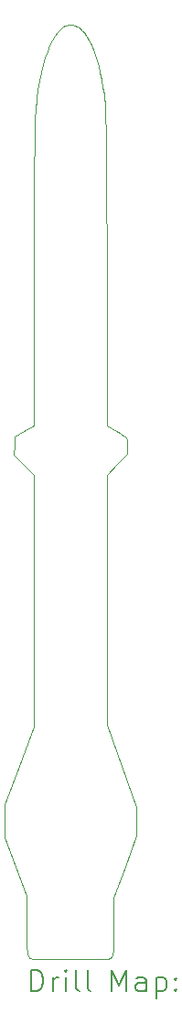
<source format=gbr>
%TF.GenerationSoftware,KiCad,Pcbnew,(6.99.0-2452-gdb4f2d9dd8)*%
%TF.CreationDate,2022-08-02T18:08:55-05:00*%
%TF.ProjectId,Blue Origin,426c7565-204f-4726-9967-696e2e6b6963,rev?*%
%TF.SameCoordinates,Original*%
%TF.FileFunction,Drillmap*%
%TF.FilePolarity,Positive*%
%FSLAX45Y45*%
G04 Gerber Fmt 4.5, Leading zero omitted, Abs format (unit mm)*
G04 Created by KiCad (PCBNEW (6.99.0-2452-gdb4f2d9dd8)) date 2022-08-02 18:08:55*
%MOMM*%
%LPD*%
G01*
G04 APERTURE LIST*
%ADD10C,0.105833*%
%ADD11C,0.200000*%
G04 APERTURE END LIST*
D10*
X8129634Y-11535981D02*
X8129634Y-11536027D01*
X8129634Y-11535981D02*
X8129634Y-11535981D01*
X8132431Y-11540100D02*
X8129634Y-11535981D01*
X8135173Y-11543768D02*
X8132431Y-11540100D01*
X8137943Y-11547010D02*
X8135173Y-11543768D01*
X8140823Y-11549852D02*
X8137943Y-11547010D01*
X8143898Y-11552319D02*
X8140823Y-11549852D01*
X8147250Y-11554438D02*
X8143898Y-11552319D01*
X8150963Y-11556233D02*
X8147250Y-11554438D01*
X8155118Y-11557730D02*
X8150963Y-11556233D01*
X8159801Y-11558956D02*
X8155118Y-11557730D01*
X8165093Y-11559935D02*
X8159801Y-11558956D01*
X8171077Y-11560693D02*
X8165093Y-11559935D01*
X8177838Y-11561255D02*
X8171077Y-11560693D01*
X8185457Y-11561648D02*
X8177838Y-11561255D01*
X8194019Y-11561898D02*
X8185457Y-11561648D01*
X8214301Y-11562066D02*
X8194019Y-11561898D01*
X8214301Y-11562066D02*
X8214301Y-11562066D01*
X8316647Y-11561833D02*
X8214301Y-11562066D01*
X8435819Y-11561007D02*
X8316647Y-11561833D01*
X8435819Y-11561007D02*
X8435819Y-11561007D01*
X8747542Y-11561087D02*
X8435819Y-11561007D01*
X8747542Y-11561087D02*
X8747542Y-11561087D01*
X8788510Y-11561088D02*
X8747542Y-11561087D01*
X8805526Y-11561051D02*
X8788510Y-11561088D01*
X8820447Y-11560954D02*
X8805526Y-11561051D01*
X8833438Y-11560771D02*
X8820447Y-11560954D01*
X8844662Y-11560477D02*
X8833438Y-11560771D01*
X8849662Y-11560280D02*
X8844662Y-11560477D01*
X8854282Y-11560045D02*
X8849662Y-11560280D01*
X8858542Y-11559770D02*
X8854282Y-11560045D01*
X8862463Y-11559451D02*
X8858542Y-11559770D01*
X8866065Y-11559084D02*
X8862463Y-11559451D01*
X8869368Y-11558667D02*
X8866065Y-11559084D01*
X8872392Y-11558197D02*
X8869368Y-11558667D01*
X8875160Y-11557669D02*
X8872392Y-11558197D01*
X8877689Y-11557081D02*
X8875160Y-11557669D01*
X8880003Y-11556430D02*
X8877689Y-11557081D01*
X8882119Y-11555713D02*
X8880003Y-11556430D01*
X8884060Y-11554925D02*
X8882119Y-11555713D01*
X8885846Y-11554065D02*
X8884060Y-11554925D01*
X8887496Y-11553128D02*
X8885846Y-11554065D01*
X8889032Y-11552112D02*
X8887496Y-11553128D01*
X8890474Y-11551013D02*
X8889032Y-11552112D01*
X8891842Y-11549828D02*
X8890474Y-11551013D01*
X8893157Y-11548554D02*
X8891842Y-11549828D01*
X8894439Y-11547187D02*
X8893157Y-11548554D01*
X8895709Y-11545725D02*
X8894439Y-11547187D01*
X8895709Y-11545725D02*
X8895709Y-11545725D01*
X8900662Y-11540049D02*
X8895709Y-11545725D01*
X8901299Y-11539057D02*
X8900662Y-11540049D01*
X8902262Y-11537393D02*
X8901299Y-11539057D01*
X8906292Y-11530362D02*
X8902262Y-11537393D01*
X8906292Y-11530362D02*
X8906292Y-11530362D01*
X8907373Y-11527576D02*
X8906292Y-11530362D01*
X8908423Y-11522982D02*
X8907373Y-11527576D01*
X8910408Y-11508319D02*
X8908423Y-11522982D01*
X8912206Y-11486268D02*
X8910408Y-11508319D01*
X8913773Y-11456723D02*
X8912206Y-11486268D01*
X8915066Y-11419578D02*
X8913773Y-11456723D01*
X8916043Y-11374728D02*
X8915066Y-11419578D01*
X8916875Y-11261488D02*
X8916043Y-11374728D01*
X8916875Y-11261488D02*
X8916875Y-11261488D01*
X8916875Y-10992613D02*
X8916875Y-11261488D01*
X8916875Y-10992613D02*
X8916875Y-10992613D01*
X9022708Y-10705387D02*
X8916875Y-10992613D01*
X9022708Y-10705387D02*
X9022708Y-10705387D01*
X9128542Y-10418161D02*
X9022708Y-10705387D01*
X9128542Y-10418161D02*
X9128542Y-10418161D01*
X9128542Y-10285847D02*
X9128542Y-10418161D01*
X9128542Y-10285847D02*
X9128542Y-10285847D01*
X9128542Y-10153535D02*
X9128542Y-10285847D01*
X9128542Y-10153535D02*
X9128542Y-10153535D01*
X8853375Y-9397530D02*
X9128542Y-10153535D01*
X8853375Y-9397530D02*
X8853375Y-9397530D01*
X8853375Y-8241453D02*
X8853375Y-9397530D01*
X8853375Y-8241453D02*
X8853375Y-8241453D01*
X8853375Y-7085377D02*
X8853375Y-8241453D01*
X8853375Y-7085377D02*
X8853375Y-7085377D01*
X8948625Y-6985393D02*
X8853375Y-7085377D01*
X8948625Y-6985393D02*
X8948625Y-6985393D01*
X9043875Y-6885408D02*
X8948625Y-6985393D01*
X9043875Y-6885408D02*
X9043875Y-6885408D01*
X9043715Y-6818698D02*
X9043875Y-6885408D01*
X9043715Y-6818698D02*
X9043715Y-6818698D01*
X9043524Y-6805050D02*
X9043715Y-6818698D01*
X9043039Y-6791839D02*
X9043524Y-6805050D01*
X9042292Y-6779388D02*
X9043039Y-6791839D01*
X9041317Y-6768021D02*
X9042292Y-6779388D01*
X9040753Y-6762845D02*
X9041317Y-6768021D01*
X9040145Y-6758061D02*
X9040753Y-6762845D01*
X9039496Y-6753709D02*
X9040145Y-6758061D01*
X9038809Y-6749831D02*
X9039496Y-6753709D01*
X9038091Y-6746466D02*
X9038809Y-6749831D01*
X9037343Y-6743655D02*
X9038091Y-6746466D01*
X9036571Y-6741439D02*
X9037343Y-6743655D01*
X9035778Y-6739857D02*
X9036571Y-6741439D01*
X9035778Y-6739857D02*
X9035778Y-6739857D01*
X9034546Y-6738348D02*
X9035778Y-6739857D01*
X9032488Y-6736348D02*
X9034546Y-6738348D01*
X9026078Y-6731003D02*
X9032488Y-6736348D01*
X9016927Y-6724087D02*
X9026078Y-6731003D01*
X9005415Y-6715866D02*
X9016927Y-6724087D01*
X8991921Y-6706603D02*
X9005415Y-6715866D01*
X8976824Y-6696565D02*
X8991921Y-6706603D01*
X8960502Y-6686016D02*
X8976824Y-6696565D01*
X8943336Y-6675221D02*
X8960502Y-6686016D01*
X8943336Y-6675221D02*
X8943336Y-6675221D01*
X8858669Y-6622717D02*
X8943336Y-6675221D01*
X8858669Y-6622717D02*
X8858669Y-6622717D01*
X8852804Y-5152769D02*
X8858669Y-6622717D01*
X8852804Y-5152769D02*
X8852804Y-5152769D01*
X8849119Y-4363259D02*
X8852804Y-5152769D01*
X8847178Y-4098602D02*
X8849119Y-4363259D01*
X8844912Y-3903506D02*
X8847178Y-4098602D01*
X8842124Y-3765088D02*
X8844912Y-3903506D01*
X8840475Y-3713109D02*
X8842124Y-3765088D01*
X8838621Y-3670470D02*
X8840475Y-3713109D01*
X8836540Y-3635561D02*
X8838621Y-3670470D01*
X8834207Y-3606772D02*
X8836540Y-3635561D01*
X8831597Y-3582492D02*
X8834207Y-3606772D01*
X8828686Y-3561113D02*
X8831597Y-3582492D01*
X8828686Y-3561113D02*
X8828686Y-3561113D01*
X8817277Y-3490433D02*
X8828686Y-3561113D01*
X8804828Y-3423487D02*
X8817277Y-3490433D01*
X8791370Y-3360349D02*
X8804828Y-3423487D01*
X8776938Y-3301094D02*
X8791370Y-3360349D01*
X8761565Y-3245795D02*
X8776938Y-3301094D01*
X8753536Y-3219653D02*
X8761565Y-3245795D01*
X8745285Y-3194528D02*
X8753536Y-3219653D01*
X8736815Y-3170429D02*
X8745285Y-3194528D01*
X8728130Y-3147366D02*
X8736815Y-3170429D01*
X8719235Y-3125347D02*
X8728130Y-3147366D01*
X8710135Y-3104383D02*
X8719235Y-3125347D01*
X8700832Y-3084482D02*
X8710135Y-3104383D01*
X8691332Y-3065654D02*
X8700832Y-3084482D01*
X8681639Y-3047908D02*
X8691332Y-3065654D01*
X8671756Y-3031253D02*
X8681639Y-3047908D01*
X8661688Y-3015698D02*
X8671756Y-3031253D01*
X8651439Y-3001254D02*
X8661688Y-3015698D01*
X8641013Y-2987928D02*
X8651439Y-3001254D01*
X8630415Y-2975731D02*
X8641013Y-2987928D01*
X8619649Y-2964672D02*
X8630415Y-2975731D01*
X8608718Y-2954759D02*
X8619649Y-2964672D01*
X8597627Y-2946003D02*
X8608718Y-2954759D01*
X8586380Y-2938412D02*
X8597627Y-2946003D01*
X8574982Y-2931996D02*
X8586380Y-2938412D01*
X8563436Y-2926763D02*
X8574982Y-2931996D01*
X8551747Y-2922725D02*
X8563436Y-2926763D01*
X8539919Y-2919888D02*
X8551747Y-2922725D01*
X8539919Y-2919888D02*
X8539919Y-2919888D01*
X8524694Y-2917966D02*
X8539919Y-2919888D01*
X8509664Y-2917934D02*
X8524694Y-2917966D01*
X8494839Y-2919773D02*
X8509664Y-2917934D01*
X8480226Y-2923464D02*
X8494839Y-2919773D01*
X8465834Y-2928988D02*
X8480226Y-2923464D01*
X8451673Y-2936326D02*
X8465834Y-2928988D01*
X8424072Y-2956367D02*
X8451673Y-2936326D01*
X8397493Y-2983433D02*
X8424072Y-2956367D01*
X8372003Y-3017372D02*
X8397493Y-2983433D01*
X8347671Y-3058030D02*
X8372003Y-3017372D01*
X8324564Y-3105253D02*
X8347671Y-3058030D01*
X8302752Y-3158890D02*
X8324564Y-3105253D01*
X8282302Y-3218786D02*
X8302752Y-3158890D01*
X8263282Y-3284789D02*
X8282302Y-3218786D01*
X8245761Y-3356745D02*
X8263282Y-3284789D01*
X8229806Y-3434502D02*
X8245761Y-3356745D01*
X8215487Y-3517905D02*
X8229806Y-3434502D01*
X8202871Y-3606803D02*
X8215487Y-3517905D01*
X8192027Y-3701041D02*
X8202871Y-3606803D01*
X8192027Y-3701041D02*
X8192027Y-3701041D01*
X8187494Y-3785221D02*
X8192027Y-3701041D01*
X8183853Y-3930174D02*
X8187494Y-3785221D01*
X8178883Y-4342741D02*
X8183853Y-3930174D01*
X8175657Y-5240916D02*
X8178883Y-4342741D01*
X8175657Y-5240916D02*
X8175657Y-5240916D01*
X8175269Y-6624988D02*
X8175657Y-5240916D01*
X8175269Y-6624988D02*
X8175269Y-6624988D01*
X8088343Y-6678273D02*
X8175269Y-6624988D01*
X8088343Y-6678273D02*
X8088343Y-6678273D01*
X8001417Y-6731559D02*
X8088343Y-6678273D01*
X8001417Y-6731559D02*
X8001417Y-6731559D01*
X7998436Y-6815856D02*
X8001417Y-6731559D01*
X7998436Y-6815856D02*
X7998436Y-6815856D01*
X7995454Y-6900155D02*
X7998436Y-6815856D01*
X7995454Y-6900155D02*
X7995454Y-6900155D01*
X8085748Y-6989879D02*
X7995454Y-6900155D01*
X8085748Y-6989879D02*
X8085748Y-6989879D01*
X8176042Y-7079603D02*
X8085748Y-6989879D01*
X8176042Y-7079603D02*
X8176042Y-7079603D01*
X8176042Y-8245535D02*
X8176042Y-7079603D01*
X8176042Y-8245535D02*
X8176042Y-8245535D01*
X8176042Y-9411468D02*
X8176042Y-8245535D01*
X8176042Y-9411468D02*
X8176042Y-9411468D01*
X8043750Y-9773109D02*
X8176042Y-9411468D01*
X8043750Y-9773109D02*
X8043750Y-9773109D01*
X7911458Y-10134749D02*
X8043750Y-9773109D01*
X7911458Y-10134749D02*
X7911458Y-10134749D01*
X7911458Y-10285199D02*
X7911458Y-10134749D01*
X7911458Y-10285199D02*
X7911458Y-10285199D01*
X7911458Y-10435649D02*
X7911458Y-10285199D01*
X7911458Y-10435649D02*
X7911458Y-10435649D01*
X8012000Y-10708219D02*
X7911458Y-10435649D01*
X8012000Y-10708219D02*
X8012000Y-10708219D01*
X8112542Y-10980788D02*
X8012000Y-10708219D01*
X8112542Y-10980788D02*
X8112542Y-10980788D01*
X8112542Y-11245365D02*
X8112542Y-10980788D01*
X8112542Y-11245365D02*
X8112542Y-11245365D01*
X8112678Y-11321750D02*
X8112542Y-11245365D01*
X8113162Y-11382881D02*
X8112678Y-11321750D01*
X8113569Y-11408321D02*
X8113162Y-11382881D01*
X8114105Y-11430662D02*
X8113569Y-11408321D01*
X8114784Y-11450141D02*
X8114105Y-11430662D01*
X8115619Y-11466999D02*
X8114784Y-11450141D01*
X8116626Y-11481472D02*
X8115619Y-11466999D01*
X8117818Y-11493798D02*
X8116626Y-11481472D01*
X8119208Y-11504217D02*
X8117818Y-11493798D01*
X8120811Y-11512965D02*
X8119208Y-11504217D01*
X8121697Y-11516788D02*
X8120811Y-11512965D01*
X8122642Y-11520283D02*
X8121697Y-11516788D01*
X8123646Y-11523479D02*
X8122642Y-11520283D01*
X8124713Y-11526407D02*
X8123646Y-11523479D01*
X8125843Y-11529095D02*
X8124713Y-11526407D01*
X8127039Y-11531575D02*
X8125843Y-11529095D01*
X8128302Y-11533876D02*
X8127039Y-11531575D01*
X8129634Y-11536027D02*
X8128302Y-11533876D01*
D11*
X8153786Y-11860834D02*
X8153786Y-11660834D01*
X8153786Y-11660834D02*
X8201405Y-11660834D01*
X8201405Y-11660834D02*
X8229976Y-11670358D01*
X8229976Y-11670358D02*
X8249024Y-11689405D01*
X8249024Y-11689405D02*
X8258548Y-11708453D01*
X8258548Y-11708453D02*
X8268072Y-11746548D01*
X8268072Y-11746548D02*
X8268072Y-11775120D01*
X8268072Y-11775120D02*
X8258548Y-11813215D01*
X8258548Y-11813215D02*
X8249024Y-11832262D01*
X8249024Y-11832262D02*
X8229976Y-11851310D01*
X8229976Y-11851310D02*
X8201405Y-11860834D01*
X8201405Y-11860834D02*
X8153786Y-11860834D01*
X8353786Y-11860834D02*
X8353786Y-11727501D01*
X8353786Y-11765596D02*
X8363310Y-11746548D01*
X8363310Y-11746548D02*
X8372833Y-11737024D01*
X8372833Y-11737024D02*
X8391881Y-11727501D01*
X8391881Y-11727501D02*
X8410929Y-11727501D01*
X8477595Y-11860834D02*
X8477595Y-11727501D01*
X8477595Y-11660834D02*
X8468072Y-11670358D01*
X8468072Y-11670358D02*
X8477595Y-11679882D01*
X8477595Y-11679882D02*
X8487119Y-11670358D01*
X8487119Y-11670358D02*
X8477595Y-11660834D01*
X8477595Y-11660834D02*
X8477595Y-11679882D01*
X8601405Y-11860834D02*
X8582357Y-11851310D01*
X8582357Y-11851310D02*
X8572834Y-11832262D01*
X8572834Y-11832262D02*
X8572834Y-11660834D01*
X8706167Y-11860834D02*
X8687119Y-11851310D01*
X8687119Y-11851310D02*
X8677595Y-11832262D01*
X8677595Y-11832262D02*
X8677595Y-11660834D01*
X8902357Y-11860834D02*
X8902357Y-11660834D01*
X8902357Y-11660834D02*
X8969024Y-11803691D01*
X8969024Y-11803691D02*
X9035691Y-11660834D01*
X9035691Y-11660834D02*
X9035691Y-11860834D01*
X9216643Y-11860834D02*
X9216643Y-11756072D01*
X9216643Y-11756072D02*
X9207119Y-11737024D01*
X9207119Y-11737024D02*
X9188072Y-11727501D01*
X9188072Y-11727501D02*
X9149976Y-11727501D01*
X9149976Y-11727501D02*
X9130929Y-11737024D01*
X9216643Y-11851310D02*
X9197595Y-11860834D01*
X9197595Y-11860834D02*
X9149976Y-11860834D01*
X9149976Y-11860834D02*
X9130929Y-11851310D01*
X9130929Y-11851310D02*
X9121405Y-11832262D01*
X9121405Y-11832262D02*
X9121405Y-11813215D01*
X9121405Y-11813215D02*
X9130929Y-11794167D01*
X9130929Y-11794167D02*
X9149976Y-11784643D01*
X9149976Y-11784643D02*
X9197595Y-11784643D01*
X9197595Y-11784643D02*
X9216643Y-11775120D01*
X9311881Y-11727501D02*
X9311881Y-11927501D01*
X9311881Y-11737024D02*
X9330929Y-11727501D01*
X9330929Y-11727501D02*
X9369024Y-11727501D01*
X9369024Y-11727501D02*
X9388072Y-11737024D01*
X9388072Y-11737024D02*
X9397595Y-11746548D01*
X9397595Y-11746548D02*
X9407119Y-11765596D01*
X9407119Y-11765596D02*
X9407119Y-11822739D01*
X9407119Y-11822739D02*
X9397595Y-11841786D01*
X9397595Y-11841786D02*
X9388072Y-11851310D01*
X9388072Y-11851310D02*
X9369024Y-11860834D01*
X9369024Y-11860834D02*
X9330929Y-11860834D01*
X9330929Y-11860834D02*
X9311881Y-11851310D01*
X9492834Y-11841786D02*
X9502357Y-11851310D01*
X9502357Y-11851310D02*
X9492834Y-11860834D01*
X9492834Y-11860834D02*
X9483310Y-11851310D01*
X9483310Y-11851310D02*
X9492834Y-11841786D01*
X9492834Y-11841786D02*
X9492834Y-11860834D01*
X9492834Y-11737024D02*
X9502357Y-11746548D01*
X9502357Y-11746548D02*
X9492834Y-11756072D01*
X9492834Y-11756072D02*
X9483310Y-11746548D01*
X9483310Y-11746548D02*
X9492834Y-11737024D01*
X9492834Y-11737024D02*
X9492834Y-11756072D01*
M02*

</source>
